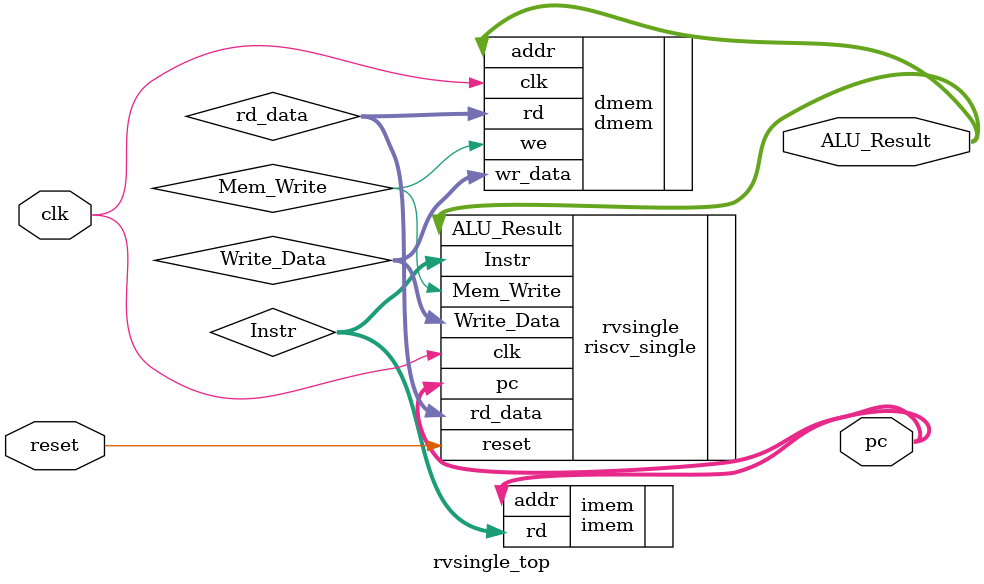
<source format=v>
/*
 * @Author: Eric Wong 
 * @Date: 2022-01-20 01:02:01 
 * @Last Modified by:   Eric Wong 
 * @Last Modified time: 2022-01-20 01:02:01 
 */

module rvsingle_top # (
        parameter Width = 32
    )
    (
        input               clk         ,
        input               reset       ,
        output [Width-1:0]  pc          ,
        output [Width-1:0]  ALU_Result
    );
    wire [31:0]         Instr;
    wire [Width-1:0]    rd_data;
    wire                Mem_Write;
    wire [Width-1:0]    Write_Data;
    riscv_single rvsingle (
        .clk        (clk        ),
        .reset      (reset      ),
        
        .Instr      (Instr      ),
        .pc         (pc         ),
        
        .rd_data    (rd_data    ),
        .ALU_Result (ALU_Result ),
        .Mem_Write  (Mem_Write  ),
        .Write_Data (Write_Data )
    );

    imem imem (
        .addr   (pc     ),
        .rd     (Instr  )
    );

    dmem dmem (
        .clk        (clk        ),
        .addr       (ALU_Result ),
        .we         (Mem_Write  ),
        .wr_data    (Write_Data ),
        .rd         (rd_data    )
    );
endmodule

</source>
